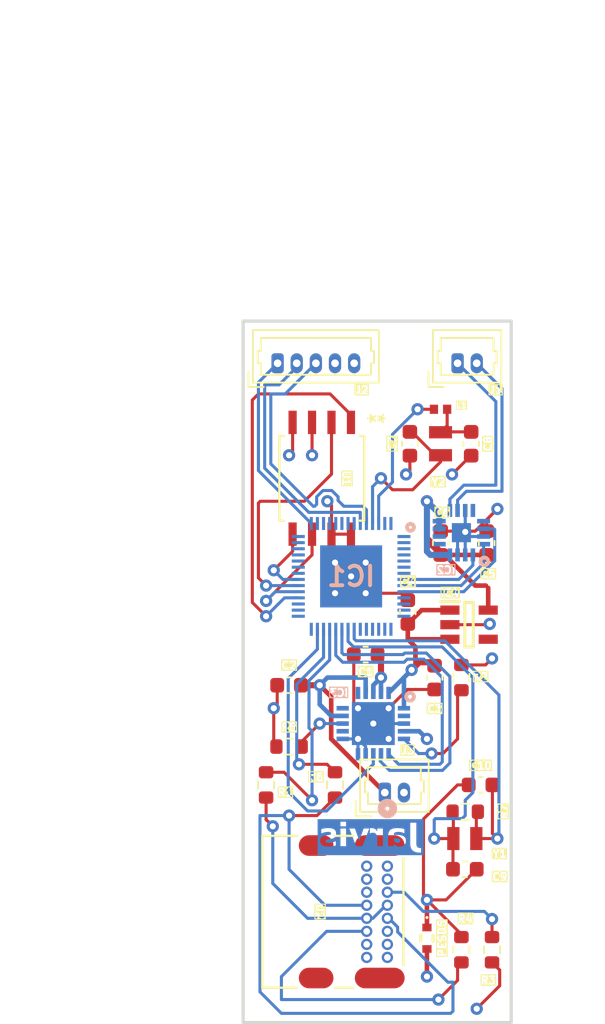
<source format=kicad_pcb>
(kicad_pcb (version 20240108) (generator "pcbnew") (generator_version "8.0")
  (layers (0 "F.Cu" signal) (1 "In1.Cu" signal) (2 "In2.Cu" signal) (31 "B.Cu" signal) (34 "B.Paste" user) (35 "F.Paste" user) (36 "B.SilkS" user "B.Silkscreen") (37 "F.SilkS" user "F.Silkscreen") (38 "B.Mask" user) (39 "F.Mask" user) (44 "Edge.Cuts" user))
  (net 0 "")
  (net 36 "Net-(IC2-OUTP)")
  (net 37 "Net-(IC2-OUTN)")
  (net 46 "GND")
  (net 47 "VBUS")
  (net 48 "/VBAT_1")
  (net 49 "/SYS")
  (net 50 "/PROG1")
  (net 51 "/THERM")
  (net 52 "+3.3V")
  (net 54 "Net-(IC1-GPIO19)")
  (net 55 "Net-(IC1-GPIO20)")
  (net 56 "Net-(U2-CC1)")
  (net 57 "/USB_DN")
  (net 58 "/USB_DP")
  (net 62 "Net-(U2-CC2)")
  (net 63 "Net-(IC1-SPICLK)")
  (net 64 "Net-(IC1-SPID)")
  (net 65 "Net-(IC1-SPIQ)")
  (net 67 "Net-(IC1-GPIO17)")
  (net 69 "Net-(IC1-GPIO18)")
  (net 70 "Net-(IC1-GPIO4)")
  (net 71 "Net-(IC1-GPIO3)")
  (net 72 "Net-(IC1-GPIO5)")
  (net 73 "Net-(IC1-GPIO21)")
  (net 74 "Net-(IC1-GPIO38)")
  (net 75 "Net-(IC1-GPIO46)")
  (net 76 "Net-(IC1-GPIO45)")
  (net 77 "Net-(IC1-XTAL_N)")
  (net 78 "Net-(C8-Pad2)")
  (net 79 "Net-(IC1-XTAL_32K_N)")
  (net 80 "Net-(IC1-XTAL_32K_P)")
  (net 81 "Net-(IC1-XTAL_P)")
  (footprint "Resistor_SMD:R_0603_1608Metric" (layer "F.Cu") (at 138.25 140.75 -90)
    (property "Reference" "R4")
    (property "Value" "5.1k")
  )
  (footprint "jarvis:PESD5V0X1UAB115" (layer "F.Cu") (at 136 140 -90)
    (property "Reference" "PESD5")
    (property "Value" "PESD5V0X1UAB,115" (hide yes))
  )
  (footprint "jarvis:MLG1005SR24JT000" (layer "F.Cu") (at 136.8875 105.5)
    (property "Reference" "L1")
    (property "Value" "24nh")
  )
  (footprint "Resistor_SMD:R_0603_1608Metric" (layer "F.Cu") (at 127 127.5 180)
    (property "Reference" "R1")
    (property "Value" "2k")
  )
  (footprint "jarvis:TLV70033DDCT" (layer "F.Cu") (at 138.75 119.55)
    (property "Reference" "IC4")
    (property "Value" "TLV70033DDCT" (hide yes))
  )
  (footprint "Resistor_SMD:R_0603_1608Metric" (layer "F.Cu") (at 125.5 130 90)
    (property "Reference" "R5")
    (property "Value" "22")
  )
  (footprint "Capacitor_SMD:C_0603_1608Metric" (layer "F.Cu") (at 132 121.5 180)
    (property "Reference" "C1")
    (property "Value" "1uf")
  )
  (footprint "Resistor_SMD:R_0603_1608Metric" (layer "F.Cu") (at 130 130 90)
    (property "Reference" "R6")
    (property "Value" "22")
  )
  (footprint "Connector_Molex:Molex_PicoBlade_53047-0510_1x05_P1.25mm_Vertical" (layer "F.Cu") (at 126.25 102.5)
    (property "Reference" "J2")
    (property "Value" "Mic Conn_01x05")
  )
  (footprint "Resistor_SMD:R_0603_1608Metric" (layer "F.Cu") (at 140.25 140.75 -90)
    (property "Reference" "R3")
    (property "Value" "5.1k")
  )
  (footprint "Capacitor_SMD:C_0603_1608Metric" (layer "F.Cu") (at 134.75 118.725 -90)
    (property "Reference" "C4")
    (property "Value" "1uf")
  )
  (footprint "Capacitor_SMD:C_0603_1608Metric" (layer "F.Cu") (at 136.5 123 90)
    (property "Reference" "C3")
    (property "Value" "4.7uf")
  )
  (footprint "Capacitor_SMD:C_0603_1608Metric" (layer "F.Cu") (at 138.8875 107.75 90)
    (property "Reference" "C8")
    (property "Value" "12pf")
  )
  (footprint "Capacitor_SMD:C_0603_1608Metric" (layer "F.Cu") (at 134.8875 107.75 -90)
    (property "Reference" "C7")
    (property "Value" "12pf")
  )
  (footprint "jarvis:XTAL_CM8V-T1A-32.768KHZ-7PF-20PPM-TA-QC" (layer "F.Cu") (at 138.475 133.5 180)
    (property "Reference" "Y1")
    (property "Value" "Crystal 32.768khz")
  )
  (footprint "Capacitor_SMD:C_0603_1608Metric" (layer "F.Cu") (at 138.475 135.5)
    (property "Reference" "C9")
    (property "Value" "12pf")
  )
  (footprint "Capacitor_SMD:C_0603_1608Metric" (layer "F.Cu") (at 139.5 130 180)
    (property "Reference" "C10")
    (property "Value" "12pf")
  )
  (footprint "jarvis:2137160001_MOL" (layer "F.Cu") (at 133.4182 135.300001 -90)
    (property "Reference" "U2")
    (property "Value" "2137160001")
  )
  (footprint "jarvis:W25Q64JVSSIQ" (layer "F.Cu") (at 129.135 110 -90)
    (property "Reference" "U1")
    (property "Value" "W25Q64JVSSIQ")
  )
  (footprint "Capacitor_SMD:C_0603_1608Metric" (layer "F.Cu") (at 139.9 114.225 -90)
    (property "Reference" "C5")
    (property "Value" "1uf")
  )
  (footprint "Connector_Molex:Molex_PicoBlade_53047-0210_1x02_P1.25mm_Vertical" (layer "F.Cu") (at 138 102.5)
    (property "Reference" "J1")
    (property "Value" "Conn_01x02 - Speaker")
  )
  (footprint "Resistor_SMD:R_0603_1608Metric" (layer "F.Cu") (at 138.25 123 -90)
    (property "Reference" "R2")
    (property "Value" "10k")
  )
  (footprint "Connector_Molex:Molex_PicoBlade_53047-0210_1x02_P1.25mm_Vertical" (layer "F.Cu") (at 133.25 130.5)
    (property "Reference" "J3")
    (property "Value" "Conn_01x02 - Battery")
  )
  (footprint "Capacitor_SMD:C_0603_1608Metric" (layer "F.Cu") (at 136.9 114.225 -90)
    (property "Reference" "C6")
    (property "Value" "10uf")
  )
  (footprint "jarvis:XTAL_CM8V-T1A-32.768KHZ-7PF-20PPM-TA-QC" (layer "F.Cu") (at 136.8875 107.75 90)
    (property "Reference" "Y2")
    (property "Value" "Crystal 40mhz")
  )
  (footprint "Resistor_SMD:R_0603_1608Metric" (layer "F.Cu") (at 138.5 131.75 180)
    (property "Reference" "R7")
    (property "Value" "5M")
  )
  (footprint "Capacitor_SMD:C_0603_1608Metric" (layer "F.Cu") (at 127 123.5 180)
    (property "Reference" "C2")
    (property "Value" "10uf")
  )
  (footprint "jarvis:MCP73871T-4CAI ML" (layer "B.Cu") (at 132.5 126 180)
    (property "Reference" "IC3")
    (property "Value" "MCP73871T-4CAI_ML" (hide yes))
  )
  (footprint "jarvis:LIB_MAX98357AETE+T" (layer "B.Cu") (at 138.25 113.55 90)
    (property "Reference" "IC2")
    (property "Value" "MAX98357AETE+T" (hide yes))
  )
  (footprint "jarvis:esp32-s3r16v" (layer "B.Cu") (at 131.05 116.4 180)
    (property "Reference" "IC1")
    (property "Value" "ESP32-S3R16V" (hide yes))
  )
  (gr_rect (start 124 99.75) (end 141.5 145.5) (stroke (width 0.2)) (fill none) (layer "Edge.Cuts"))
  (gr_text "Jarvis" (at 135.5 134.25 0) (layer "B.Cu" knockout) (effects (font (size 1.5 1.5) (thickness 0.3) (bold yes)) (justify left bottom mirror)))
  (segment (start 138 102.5) (end 140.5 105) (width 0.2) (layer "B.Cu") (net 36))
  (segment (start 140.5 110.45) (end 138.409314 110.45) (width 0.2) (layer "B.Cu") (net 36))
  (segment (start 137.5 111.359314) (end 137.5 112.1) (width 0.2) (layer "B.Cu") (net 36))
  (segment (start 138.409314 110.45) (end 137.5 111.359314) (width 0.2) (layer "B.Cu") (net 36))
  (segment (start 140.5 105) (end 140.5 110.45) (width 0.2) (layer "B.Cu") (net 36))
  (segment (start 138 112.1) (end 138 111.425) (width 0.2) (layer "B.Cu") (net 37))
  (segment (start 140.9 104.15) (end 139.25 102.5) (width 0.2) (layer "B.Cu") (net 37))
  (segment (start 138 111.425) (end 138.575 110.85) (width 0.2) (layer "B.Cu") (net 37))
  (segment (start 140.9 110.85) (end 140.9 104.15) (width 0.2) (layer "B.Cu") (net 37))
  (segment (start 138.575 110.85) (end 140.9 110.85) (width 0.2) (layer "B.Cu") (net 37))
  (segment (start 138.8625 108.525) (end 137.6375 109.75) (width 0.2) (layer "F.Cu") (net 46))
  (segment (start 138.8875 108.525) (end 138.8625 108.525) (width 0.2) (layer "F.Cu") (net 46))
  (segment (start 135.775 132.225) (end 138 130) (width 0.2) (layer "F.Cu") (net 46))
  (segment (start 140.25 141.575) (end 140.75 142.075) (width 0.2) (layer "F.Cu") (net 46))
  (segment (start 131.225 124.725) (end 131.5 125) (width 0.2) (layer "F.Cu") (net 46))
  (segment (start 134.3 117.5) (end 134.75 117.95) (width 0.2) (layer "F.Cu") (net 46))
  (segment (start 139.9 112.7) (end 140.6 112) (width 0.2) (layer "F.Cu") (net 46))
  (segment (start 134.725 123.775) (end 133.5 125) (width 0.2) (layer "F.Cu") (net 46))
  (segment (start 134.8875 108.525) (end 134.8875 109.5) (width 0.2) (layer "F.Cu") (net 46))
  (segment (start 138.25 139.925) (end 138.25 139.75) (width 0.2) (layer "F.Cu") (net 46))
  (segment (start 139.825 122.175) (end 140.25 121.75) (width 0.2) (layer "F.Cu") (net 46))
  (segment (start 136 139.3) (end 136 137.5) (width 0.3) (layer "F.Cu") (net 46))
  (segment (start 126.225 124.775) (end 126 125) (width 0.2) (layer "F.Cu") (net 46))
  (segment (start 136 137.5) (end 137.25 137.5) (width 0.2) (layer "F.Cu") (net 46))
  (segment (start 127.23 106.3551) (end 127.23 108.27) (width 0.2) (layer "F.Cu") (net 46))
  (segment (start 139.9 113.45) (end 139.9 112.7) (width 0.2) (layer "F.Cu") (net 46))
  (segment (start 140.1 119.5) (end 140.05 119.55) (width 0.2) (layer "F.Cu") (net 46))
  (segment (start 140.75 142.075) (end 140.75 143.1) (width 0.2) (layer "F.Cu") (net 46))
  (segment (start 137.25 137.5) (end 139.25 135.5) (width 0.2) (layer "F.Cu") (net 46))
  (segment (start 131.225 121.5) (end 131.225 124.725) (width 0.2) (layer "F.Cu") (net 46))
  (segment (start 126 127.35) (end 126 125) (width 0.2) (layer "F.Cu") (net 46))
  (segment (start 140.75 143.1) (end 139.25 144.6) (width 0.2) (layer "F.Cu") (net 46))
  (segment (start 138 130) (end 138.725 130) (width 0.2) (layer "F.Cu") (net 46))
  (segment (start 140.6 112) (end 139.15 113.45) (width 0.2) (layer "F.Cu") (net 46))
  (segment (start 136.5 123.775) (end 134.725 123.775) (width 0.2) (layer "F.Cu") (net 46))
  (segment (start 127.23 108.27) (end 127 108.5) (width 0.2) (layer "F.Cu") (net 46))
  (segment (start 138.25 122.175) (end 139.825 122.175) (width 0.2) (layer "F.Cu") (net 46))
  (segment (start 134.8875 109.5) (end 134.6375 109.75) (width 0.2) (layer "F.Cu") (net 46))
  (segment (start 138.25 139.75) (end 136 137.5) (width 0.2) (layer "F.Cu") (net 46))
  (segment (start 126.225 123.5) (end 126.225 124.775) (width 0.2) (layer "F.Cu") (net 46))
  (segment (start 139.15 113.45) (end 136.9 113.45) (width 0.2) (layer "F.Cu") (net 46))
  (segment (start 136 137.5) (end 135.775 137.275) (width 0.2) (layer "F.Cu") (net 46))
  (segment (start 140.05 119.55) (end 137.5 119.55) (width 0.2) (layer "F.Cu") (net 46))
  (segment (start 135.775 137.275) (end 135.775 132.225) (width 0.2) (layer "F.Cu") (net 46))
  (segment (start 136 137.675) (end 136 137.5) (width 0.2) (layer "F.Cu") (net 46))
  (segment (start 132 117.5) (end 134.3 117.5) (width 0.2) (layer "F.Cu") (net 46))
  (via (at 139.25 144.6) (size 0.8) (drill 0.4) (layers "F.Cu" "B.Cu") (net 46))
  (via (at 133.5 125) (size 0.8) (drill 0.4) (layers "F.Cu" "B.Cu") (net 46))
  (via (at 133.5 127) (size 0.8) (drill 0.4) (layers "F.Cu" "B.Cu") (net 46))
  (via (at 130 117.5) (size 0.8) (drill 0.4) (layers "F.Cu" "B.Cu") (net 46))
  (via (at 132.5 126) (size 0.8) (drill 0.4) (layers "F.Cu" "B.Cu") (net 46))
  (via (at 132 117.5) (size 0.8) (drill 0.4) (layers "F.Cu" "B.Cu") (net 46))
  (via (at 131.05 116.4) (size 0.8) (drill 0.4) (layers "F.Cu" "B.Cu") (net 46))
  (via (at 136 137.5) (size 0.8) (drill 0.4) (layers "F.Cu" "B.Cu") (net 46))
  (via (at 140.1 119.5) (size 0.8) (drill 0.4) (layers "F.Cu" "B.Cu") (net 46))
  (via (at 138.5 113.5) (size 0.8) (drill 0.4) (layers "F.Cu" "B.Cu") (net 46))
  (via (at 140.25 121.75) (size 0.8) (drill 0.4) (layers "F.Cu" "B.Cu") (net 46))
  (via (at 131.5 127) (size 0.8) (drill 0.4) (layers "F.Cu" "B.Cu") (net 46))
  (via (at 134.6375 109.75) (size 0.8) (drill 0.4) (layers "F.Cu" "B.Cu") (net 46))
  (via (at 137.6375 109.75) (size 0.8) (drill 0.4) (layers "F.Cu" "B.Cu") (net 46))
  (via (at 132 115.5) (size 0.8) (drill 0.4) (layers "F.Cu" "B.Cu") (net 46))
  (via (at 127 108.5) (size 0.8) (drill 0.4) (layers "F.Cu" "B.Cu") (net 46))
  (via (at 130 115.5) (size 0.8) (drill 0.4) (layers "F.Cu" "B.Cu") (net 46))
  (via (at 126 125) (size 0.8) (drill 0.4) (layers "F.Cu" "B.Cu") (net 46))
  (via (at 131.5 125) (size 0.8) (drill 0.4) (layers "F.Cu" "B.Cu") (net 46))
  (via (at 140.6 112) (size 0.8) (drill 0.4) (layers "F.Cu" "B.Cu") (net 46))
  (segment (start 138.5 113.8) (end 138.25 113.55) (width 0.2) (layer "B.Cu") (net 46))
  (segment (start 132 128) (end 132 127.5) (width 0.2) (layer "B.Cu") (net 46))
  (segment (start 138 113.3) (end 138.25 113.55) (width 0.2) (layer "B.Cu") (net 46))
  (segment (start 132 127.5) (end 131.5 127) (width 0.2) (layer "B.Cu") (net 46))
  (segment (start 138 113.8) (end 138.25 113.55) (width 0.2) (layer "B.Cu") (net 46))
  (segment (start 134.5 126) (end 132.5 126) (width 0.2) (layer "B.Cu") (net 46))
  (segment (start 138.5 112.1) (end 138.5 113.5) (width 0.2) (layer "B.Cu") (net 46))
  (segment (start 138.5 115) (end 138.5 113.8) (width 0.2) (layer "B.Cu") (net 46))
  (segment (start 139.7 113.8) (end 138.5 113.8) (width 0.2) (layer "B.Cu") (net 46))
  (segment (start 131.5 128) (end 131.5 127) (width 0.2) (layer "B.Cu") (net 46))
  (segment (start 130.5 127) (end 131.5 127) (width 0.2) (layer "B.Cu") (net 46))
  (segment (start 138.7 113.3) (end 138.5 113.5) (width 0.2) (layer "B.Cu") (net 46))
  (segment (start 138 115) (end 138 113.8) (width 0.2) (layer "B.Cu") (net 46))
  (segment (start 136 142.5) (end 136 140.7) (width 0.3) (layer "F.Cu") (net 47))
  (segment (start 133 121.775) (end 133 123) (width 0.4) (layer "F.Cu") (net 47))
  (via (at 133 123) (size 0.8) (drill 0.4) (layers "F.Cu" "B.Cu") (net 47))
  (via (at 136 142.5) (size 0.8) (drill 0.4) (layers "F.Cu" "B.Cu") (net 47))
  (via (at 136 127) (size 0.8) (drill 0.4) (layers "F.Cu" "B.Cu") (net 47))
  (segment (start 135.5 126.5) (end 136 127) (width 0.3) (layer "B.Cu") (net 47))
  (segment (start 134.5 126.5) (end 135.5 126.5) (width 0.3) (layer "B.Cu") (net 47))
  (segment (start 132.5 124) (end 132.5 123.5) (width 0.3) (layer "B.Cu") (net 47))
  (segment (start 133 124) (end 133 123) (width 0.3) (layer "B.Cu") (net 47))
  (segment (start 132.5 123.5) (end 133 123) (width 0.3) (layer "B.Cu") (net 47))
  (segment (start 129.75 127) (end 133.25 130.5) (width 0.3) (layer "F.Cu") (net 48))
  (segment (start 129 123.5) (end 129.75 124.25) (width 0.3) (layer "F.Cu") (net 48))
  (segment (start 129.75 124.25) (end 129.75 127) (width 0.3) (layer "F.Cu") (net 48))
  (segment (start 129 123.5) (end 127.775 123.5) (width 0.4) (layer "F.Cu") (net 48))
  (via (at 129 123.5) (size 0.8) (drill 0.4) (layers "F.Cu" "B.Cu") (net 48))
  (segment (start 129.98995 125.5) (end 129.75 125.5) (width 0.3) (layer "B.Cu") (net 48))
  (segment (start 130.5 125.5) (end 129.98995 125.5) (width 0.3) (layer "B.Cu") (net 48))
  (segment (start 132 124) (end 132 123) (width 0.3) (layer "B.Cu") (net 48))
  (segment (start 129.75 125.5) (end 129 124.75) (width 0.3) (layer "B.Cu") (net 48))
  (segment (start 129 124.75) (end 129 123.5) (width 0.3) (layer "B.Cu") (net 48))
  (segment (start 132 123) (end 129.5 123) (width 0.3) (layer "B.Cu") (net 48))
  (segment (start 129.5 123) (end 129 123.5) (width 0.3) (layer "B.Cu") (net 48))
  (segment (start 135.5 122) (end 136.225 122) (width 0.4) (layer "F.Cu") (net 49))
  (segment (start 135.25 121) (end 134.75 120.5) (width 0.3) (layer "F.Cu") (net 49))
  (segment (start 134.75 120.5) (end 134.75 119.5) (width 0.3) (layer "F.Cu") (net 49))
  (segment (start 124.6 118.1) (end 125.5 119) (width 0.2) (layer "F.Cu") (net 49))
  (segment (start 137.5 118.6) (end 135.65 118.6) (width 0.3) (layer "F.Cu") (net 49))
  (segment (start 135 122.5) (end 135.25 122.25) (width 0.3) (layer "F.Cu") (net 49))
  (segment (start 135 122.5) (end 135.5 122) (width 0.4) (layer "F.Cu") (net 49))
  (segment (start 135.65 118.6) (end 134.75 119.5) (width 0.3) (layer "F.Cu") (net 49))
  (segment (start 135.25 122.25) (end 135.25 121) (width 0.3) (layer "F.Cu") (net 49))
  (segment (start 131.04 105.8598) (end 129.6802 104.5) (width 0.2) (layer "F.Cu") (net 49))
  (segment (start 124.6 104.9) (end 124.6 118.1) (width 0.2) (layer "F.Cu") (net 49))
  (segment (start 125 104.5) (end 124.6 104.9) (width 0.2) (layer "F.Cu") (net 49))
  (segment (start 131.04 106.3551) (end 131.04 105.8598) (width 0.2) (layer "F.Cu") (net 49))
  (segment (start 134.75 120.5) (end 137.5 120.5) (width 0.3) (layer "F.Cu") (net 49))
  (segment (start 129.6802 104.5) (end 125 104.5) (width 0.2) (layer "F.Cu") (net 49))
  (via (at 125.5 119) (size 0.8) (drill 0.4) (layers "F.Cu" "B.Cu") (net 49))
  (via (at 135 122.5) (size 0.8) (drill 0.4) (layers "F.Cu" "B.Cu") (net 49))
  (segment (start 126.7 117.8) (end 125.5 119) (width 0.2) (layer "B.Cu") (net 49))
  (segment (start 134.5 123) (end 134.5 125) (width 0.3) (layer "B.Cu") (net 49))
  (segment (start 135 122.5) (end 134.5 123) (width 0.3) (layer "B.Cu") (net 49))
  (segment (start 127.6 117.8) (end 126.7 117.8) (width 0.2) (layer "B.Cu") (net 49))
  (segment (start 133.5 124) (end 135 122.5) (width 0.3) (layer "B.Cu") (net 49))
  (segment (start 127.825 127.175) (end 127.825 127.5) (width 0.2) (layer "F.Cu") (net 50))
  (segment (start 129 126) (end 127.825 127.175) (width 0.2) (layer "F.Cu") (net 50))
  (via (at 129 126) (size 0.8) (drill 0.4) (layers "F.Cu" "B.Cu") (net 50))
  (segment (start 130.5 126) (end 129 126) (width 0.2) (layer "B.Cu") (net 50))
  (segment (start 136.3 127.95394) (end 137.04606 127.95394) (width 0.2) (layer "F.Cu") (net 51))
  (segment (start 138 127) (end 138 124.01005) (width 0.2) (layer "F.Cu") (net 51))
  (segment (start 138.18505 123.825) (end 138.25 123.825) (width 0.2) (layer "F.Cu") (net 51))
  (segment (start 138 124.01005) (end 138.18505 123.825) (width 0.2) (layer "F.Cu") (net 51))
  (segment (start 137.04606 127.95394) (end 138 127) (width 0.2) (layer "F.Cu") (net 51))
  (via (at 136.3 127.95394) (size 0.8) (drill 0.4) (layers "F.Cu" "B.Cu") (net 51))
  (segment (start 135.45394 127.95394) (end 134.5 127) (width 0.2) (layer "B.Cu") (net 51))
  (segment (start 136.3 127.95394) (end 135.45394 127.95394) (width 0.2) (layer "B.Cu") (net 51))
  (segment (start 136 113.844408) (end 137.155592 115) (width 0.3) (layer "F.Cu") (net 52))
  (segment (start 128.5 106.3551) (end 128.5 108.5) (width 0.2) (layer "F.Cu") (net 52))
  (segment (start 131.04 113.6449) (end 129.77 113.6449) (width 0.2) (layer "F.Cu") (net 52))
  (segment (start 140 118.6) (end 140 117.15) (width 0.3) (layer "F.Cu") (net 52))
  (segment (start 136 114.1) (end 136.9 115) (width 0.3) (layer "F.Cu") (net 52))
  (segment (start 137.155592 115) (end 139.9 115) (width 0.3) (layer "F.Cu") (net 52))
  (segment (start 129.77 113.6449) (end 129.77 111.77) (width 0.2) (layer "F.Cu") (net 52))
  (segment (start 136 113.844408) (end 139.155592 117) (width 0.3) (layer "F.Cu") (net 52))
  (segment (start 139.155592 117) (end 139.85 117) (width 0.3) (layer "F.Cu") (net 52))
  (segment (start 129.77 111.77) (end 129.5 111.5) (width 0.2) (layer "F.Cu") (net 52))
  (segment (start 136 111.5) (end 136 114.1) (width 0.3) (layer "F.Cu") (net 52))
  (segment (start 136 111.5) (end 136 113.844408) (width 0.3) (layer "F.Cu") (net 52))
  (via (at 128.5 108.5) (size 0.8) (drill 0.4) (layers "F.Cu" "B.Cu") (net 52))
  (via (at 129.5 111.5) (size 0.8) (drill 0.4) (layers "F.Cu" "B.Cu") (net 52))
  (via (at 136 111.5) (size 0.8) (drill 0.4) (layers "F.Cu" "B.Cu") (net 52))
  (segment (start 136.8 112.8) (end 136.8 112.3) (width 0.4) (layer "B.Cu") (net 52))
  (segment (start 137.5 115.275) (end 137.5 115) (width 0.3) (layer "B.Cu") (net 52))
  (segment (start 136.8 112.3) (end 136 111.5) (width 0.4) (layer "B.Cu") (net 52))
  (segment (start 136.225 115) (end 136 114.775) (width 0.4) (layer "B.Cu") (net 52))
  (segment (start 136 114.775) (end 136 111.5) (width 0.4) (layer "B.Cu") (net 52))
  (segment (start 136.8 113.3) (end 136.8 112.8) (width 0.4) (layer "B.Cu") (net 52))
  (segment (start 137.5 115) (end 136.225 115) (width 0.4) (layer "B.Cu") (net 52))
  (segment (start 126.675 129.175) (end 125.5 129.175) (width 0.2) (layer "F.Cu") (net 54))
  (segment (start 128.5 131) (end 126.675 129.175) (width 0.2) (layer "F.Cu") (net 54))
  (via (at 128.5 131) (size 0.8) (drill 0.4) (layers "F.Cu" "B.Cu") (net 54))
  (segment (start 128.5 126.48995) (end 128.3 126.28995) (width 0.2) (layer "B.Cu") (net 54))
  (segment (start 128.3 123.2) (end 129.65 121.85) (width 0.2) (layer "B.Cu") (net 54))
  (segment (start 129.65 121.85) (end 129.65 119.85) (width 0.2) (layer "B.Cu") (net 54))
  (segment (start 128.5 131) (end 128.5 126.48995) (width 0.2) (layer "B.Cu") (net 54))
  (segment (start 128.3 126.28995) (end 128.3 123.2) (width 0.2) (layer "B.Cu") (net 54))
  (segment (start 127.644975 128.655025) (end 129.480025 128.655025) (width 0.2) (layer "F.Cu") (net 55))
  (segment (start 129.480025 128.655025) (end 130 129.175) (width 0.2) (layer "F.Cu") (net 55))
  (via (at 127.644975 128.655025) (size 0.8) (drill 0.4) (layers "F.Cu" "B.Cu") (net 55))
  (segment (start 129.25 121.684314) (end 129.25 119.85) (width 0.2) (layer "B.Cu") (net 55))
  (segment (start 127.5 123.434314) (end 129.25 121.684314) (width 0.2) (layer "B.Cu") (net 55))
  (segment (start 127.5 128.51005) (end 127.5 123.434314) (width 0.2) (layer "B.Cu") (net 55))
  (segment (start 127.644975 128.655025) (end 127.5 128.51005) (width 0.2) (layer "B.Cu") (net 55))
  (segment (start 140.25 138.75) (end 140.25 139.925) (width 0.2) (layer "F.Cu") (net 56))
  (via (at 140.25 138.75) (size 0.8) (drill 0.4) (layers "F.Cu" "B.Cu") (net 56))
  (segment (start 140.25 138.75) (end 139.75 138.25) (width 0.2) (layer "B.Cu") (net 56))
  (segment (start 135.76005 138.25) (end 134.51005 137) (width 0.2) (layer "B.Cu") (net 56))
  (segment (start 139.75 138.25) (end 135.76005 138.25) (width 0.2) (layer "B.Cu") (net 56))
  (segment (start 134.51005 137) (end 133.4182 137) (width 0.2) (layer "B.Cu") (net 56))
  (segment (start 130 130.825) (end 128.825 132) (width 0.2) (layer "F.Cu") (net 57))
  (segment (start 128.825 132) (end 127 132) (width 0.2) (layer "F.Cu") (net 57))
  (via (at 127 132) (size 0.8) (drill 0.4) (layers "F.Cu" "B.Cu") (net 57))
  (segment (start 129.339951 137.850001) (end 132.0682 137.850001) (width 0.2) (layer "B.Cu") (net 57))
  (segment (start 137.7 144.75) (end 137.7 142.865686) (width 0.2) (layer "B.Cu") (net 57))
  (segment (start 125.1 132) (end 125.1 143.5) (width 0.2) (layer "B.Cu") (net 57))
  (segment (start 137.55 144.9) (end 137.7 144.75) (width 0.2) (layer "B.Cu") (net 57))
  (segment (start 137.7 142.865686) (end 137.365686 142.865686) (width 0.2) (layer "B.Cu") (net 57))
  (segment (start 137.365686 142.865686) (end 134.0865 139.5865) (width 0.2) (layer "B.Cu") (net 57))
  (segment (start 127 132) (end 127 135.51005) (width 0.2) (layer "B.Cu") (net 57))
  (segment (start 133.513318 138.700002) (end 133.4182 138.700002) (width 0.2) (layer "B.Cu") (net 57))
  (segment (start 126.5 144.9) (end 137.55 144.9) (width 0.2) (layer "B.Cu") (net 57))
  (segment (start 127 135.51005) (end 129.339951 137.850001) (width 0.2) (layer "B.Cu") (net 57))
  (segment (start 127 132) (end 125.1 132) (width 0.2) (layer "B.Cu") (net 57))
  (segment (start 125.1 143.5) (end 126.5 144.9) (width 0.2) (layer "B.Cu") (net 57))
  (segment (start 134.0865 139.273184) (end 133.513318 138.700002) (width 0.2) (layer "B.Cu") (net 57))
  (segment (start 134.0865 139.5865) (end 134.0865 139.273184) (width 0.2) (layer "B.Cu") (net 57))
  (segment (start 125.5 130.825) (end 125.5 132.264138) (width 0.2) (layer "F.Cu") (net 58))
  (segment (start 125.5 132.264138) (end 125.935862 132.7) (width 0.2) (layer "F.Cu") (net 58))
  (via (at 125.935862 132.7) (size 0.8) (drill 0.4) (layers "F.Cu" "B.Cu") (net 58))
  (segment (start 133.323082 137.850001) (end 132.473081 138.700002) (width 0.2) (layer "B.Cu") (net 58))
  (segment (start 128.210052 138.700002) (end 132.0682 138.700002) (width 0.2) (layer "B.Cu") (net 58))
  (segment (start 125.935862 132.7) (end 125.935862 136.425812) (width 0.2) (layer "B.Cu") (net 58))
  (segment (start 133.4182 137.850001) (end 133.323082 137.850001) (width 0.2) (layer "B.Cu") (net 58))
  (segment (start 132.473081 138.700002) (end 132.0682 138.700002) (width 0.2) (layer "B.Cu") (net 58))
  (segment (start 125.935862 136.425812) (end 128.210052 138.700002) (width 0.2) (layer "B.Cu") (net 58))
  (segment (start 138 141.825) (end 138.25 141.575) (width 0.2) (layer "F.Cu") (net 62))
  (segment (start 138 142.75) (end 138 141.825) (width 0.2) (layer "F.Cu") (net 62))
  (segment (start 136.75 144) (end 138 142.75) (width 0.2) (layer "F.Cu") (net 62))
  (via (at 136.75 144) (size 0.8) (drill 0.4) (layers "F.Cu" "B.Cu") (net 62))
  (segment (start 126.5 144) (end 126.5 142.5) (width 0.2) (layer "B.Cu") (net 62))
  (segment (start 126.5 142.5) (end 129.449997 139.550003) (width 0.2) (layer "B.Cu") (net 62))
  (segment (start 129.449997 139.550003) (end 132.0682 139.550003) (width 0.2) (layer "B.Cu") (net 62))
  (segment (start 136.75 144) (end 126.5 144) (width 0.2) (layer "B.Cu") (net 62))
  (segment (start 128.5 115) (end 125.5 118) (width 0.2) (layer "F.Cu") (net 63))
  (segment (start 128.5 113.6449) (end 128.5 115) (width 0.2) (layer "F.Cu") (net 63))
  (via (at 125.5 118) (size 0.8) (drill 0.4) (layers "F.Cu" "B.Cu") (net 63))
  (segment (start 126.1 117.4) (end 125.5 118) (width 0.2) (layer "B.Cu") (net 63))
  (segment (start 127.6 117.4) (end 126.1 117.4) (width 0.2) (layer "B.Cu") (net 63))
  (segment (start 127.23 113.6449) (end 127.23 114.77) (width 0.2) (layer "F.Cu") (net 64))
  (segment (start 127.23 114.77) (end 126 116) (width 0.2) (layer "F.Cu") (net 64))
  (via (at 126 116) (size 0.8) (drill 0.4) (layers "F.Cu" "B.Cu") (net 64))
  (segment (start 127.6 116.6) (end 126.6 116.6) (width 0.2) (layer "B.Cu") (net 64))
  (segment (start 126.6 116.6) (end 126 116) (width 0.2) (layer "B.Cu") (net 64))
  (segment (start 129.77 106.3551) (end 129.77 109.73) (width 0.2) (layer "F.Cu") (net 65))
  (segment (start 129.77 109.73) (end 128 111.5) (width 0.2) (layer "F.Cu") (net 65))
  (segment (start 128 111.5) (end 125.1204 111.5) (width 0.2) (layer "F.Cu") (net 65))
  (segment (start 125.1204 111.5) (end 125 111.6204) (width 0.2) (layer "F.Cu") (net 65))
  (segment (start 125 116.5) (end 125.5 117) (width 0.2) (layer "F.Cu") (net 65))
  (segment (start 125 111.6204) (end 125 116.5) (width 0.2) (layer "F.Cu") (net 65))
  (via (at 125.5 117) (size 0.8) (drill 0.4) (layers "F.Cu" "B.Cu") (net 65))
  (segment (start 127.6 117) (end 125.5 117) (width 0.2) (layer "B.Cu") (net 65))
  (segment (start 134.444365 121.5) (end 130.565686 121.5) (width 0.2) (layer "B.Cu") (net 67))
  (segment (start 132.95 128.05) (end 132.95 128.45) (width 0.2) (layer "B.Cu") (net 67))
  (segment (start 133 128) (end 132.95 128.05) (width 0.2) (layer "B.Cu") (net 67))
  (segment (start 132.95 128.45) (end 133.55394 129.05394) (width 0.2) (layer "B.Cu") (net 67))
  (segment (start 133.55394 129.05394) (end 137.011746 129.05394) (width 0.2) (layer "B.Cu") (net 67))
  (segment (start 134.544365 121.4) (end 134.444365 121.5) (width 0.2) (layer "B.Cu") (net 67))
  (segment (start 135.965686 121.4) (end 134.544365 121.4) (width 0.2) (layer "B.Cu") (net 67))
  (segment (start 137.5 122.934314) (end 135.965686 121.4) (width 0.2) (layer "B.Cu") (net 67))
  (segment (start 130.45 121.384314) (end 130.45 119.85) (width 0.2) (layer "B.Cu") (net 67))
  (segment (start 137.011746 129.05394) (end 137.5 128.565686) (width 0.2) (layer "B.Cu") (net 67))
  (segment (start 130.565686 121.5) (end 130.45 121.384314) (width 0.2) (layer "B.Cu") (net 67))
  (segment (start 137.5 128.565686) (end 137.5 122.934314) (width 0.2) (layer "B.Cu") (net 67))
  (segment (start 130.5 122) (end 130.05 121.55) (width 0.2) (layer "B.Cu") (net 69))
  (segment (start 136.84606 128.65394) (end 137 128.5) (width 0.2) (layer "B.Cu") (net 69))
  (segment (start 137 123) (end 135.8 121.8) (width 0.2) (layer "B.Cu") (net 69))
  (segment (start 135.8 121.8) (end 134.71005 121.8) (width 0.2) (layer "B.Cu") (net 69))
  (segment (start 134.71005 121.8) (end 134.51005 122) (width 0.2) (layer "B.Cu") (net 69))
  (segment (start 133.5 128) (end 134.15394 128.65394) (width 0.2) (layer "B.Cu") (net 69))
  (segment (start 134.51005 122) (end 130.5 122) (width 0.2) (layer "B.Cu") (net 69))
  (segment (start 130.05 121.55) (end 130.05 119.85) (width 0.2) (layer "B.Cu") (net 69))
  (segment (start 137 128.5) (end 137 123) (width 0.2) (layer "B.Cu") (net 69))
  (segment (start 134.15394 128.65394) (end 136.84606 128.65394) (width 0.2) (layer "B.Cu") (net 69))
  (segment (start 139.7 115.540686) (end 138.240686 117) (width 0.2) (layer "B.Cu") (net 70))
  (segment (start 138.240686 117) (end 134.5 117) (width 0.2) (layer "B.Cu") (net 70))
  (segment (start 139.7 114.3) (end 139.7 115.540686) (width 0.2) (layer "B.Cu") (net 70))
  (segment (start 139 115) (end 139 115.675) (width 0.2) (layer "B.Cu") (net 71))
  (segment (start 139 115) (end 138.95 115.05) (width 0.2) (layer "B.Cu") (net 71))
  (segment (start 139 115.675) (end 138.075 116.6) (width 0.2) (layer "B.Cu") (net 71))
  (segment (start 138.075 116.6) (end 134.5 116.6) (width 0.2) (layer "B.Cu") (net 71))
  (segment (start 140.425 115.381372) (end 138.406372 117.4) (width 0.2) (layer "B.Cu") (net 72))
  (segment (start 140.375 113.3) (end 140.425 113.35) (width 0.2) (layer "B.Cu") (net 72))
  (segment (start 140.425 113.35) (end 140.425 115.381372) (width 0.2) (layer "B.Cu") (net 72))
  (segment (start 139.7 113.3) (end 140.375 113.3) (width 0.2) (layer "B.Cu") (net 72))
  (segment (start 138.406372 117.4) (end 134.5 117.4) (width 0.2) (layer "B.Cu") (net 72))
  (segment (start 132.5 128.65) (end 129.45 131.7) (width 0.2) (layer "B.Cu") (net 73))
  (segment (start 126.944975 123.055025) (end 128.85 121.15) (width 0.2) (layer "B.Cu") (net 73))
  (segment (start 129.45 131.7) (end 128.21005 131.7) (width 0.2) (layer "B.Cu") (net 73))
  (segment (start 132.5 128) (end 132.5 128.65) (width 0.2) (layer "B.Cu") (net 73))
  (segment (start 128.21005 131.7) (end 126.944975 130.434925) (width 0.2) (layer "B.Cu") (net 73))
  (segment (start 126.944975 130.434925) (end 126.944975 123.055025) (width 0.2) (layer "B.Cu") (net 73))
  (segment (start 128.85 121.15) (end 128.85 119.85) (width 0.2) (layer "B.Cu") (net 73))
  (segment (start 125 103.75) (end 125 109.5) (width 0.2) (layer "B.Cu") (net 74))
  (segment (start 125 109.5) (end 128.45 112.95) (width 0.2) (layer "B.Cu") (net 74))
  (segment (start 126.25 102.5) (end 125 103.75) (width 0.2) (layer "B.Cu") (net 74))
  (segment (start 125.807843 109.057843) (end 125.807843 104.5) (width 0.2) (layer "B.Cu") (net 75))
  (segment (start 130.575 111.825) (end 130.2 111.45) (width 0.2) (layer "B.Cu") (net 75))
  (segment (start 126.75 104.5) (end 128.75 102.5) (width 0.2) (layer "B.Cu") (net 75))
  (segment (start 128.8 111.7) (end 128.675 111.825) (width 0.2) (layer "B.Cu") (net 75))
  (segment (start 130.2 111.21005) (end 129.78995 110.8) (width 0.2) (layer "B.Cu") (net 75))
  (segment (start 129.21005 110.8) (end 128.8 111.21005) (width 0.2) (layer "B.Cu") (net 75))
  (segment (start 132.05 112.95) (end 132.05 112.059315) (width 0.2) (layer "B.Cu") (net 75))
  (segment (start 128.8 111.21005) (end 128.8 111.7) (width 0.2) (layer "B.Cu") (net 75))
  (segment (start 128.575 111.825) (end 125.807843 109.057843) (width 0.2) (layer "B.Cu") (net 75))
  (segment (start 129.78995 110.8) (end 129.21005 110.8) (width 0.2) (layer "B.Cu") (net 75))
  (segment (start 132.05 112.059315) (end 131.815685 111.825) (width 0.2) (layer "B.Cu") (net 75))
  (segment (start 128.675 111.825) (end 128.575 111.825) (width 0.2) (layer "B.Cu") (net 75))
  (segment (start 125.807843 104.5) (end 126.75 104.5) (width 0.2) (layer "B.Cu") (net 75))
  (segment (start 130.2 111.45) (end 130.2 111.21005) (width 0.2) (layer "B.Cu") (net 75))
  (segment (start 131.815685 111.825) (end 130.575 111.825) (width 0.2) (layer "B.Cu") (net 75))
  (segment (start 125.407843 109.342157) (end 128.290686 112.225) (width 0.2) (layer "B.Cu") (net 76))
  (segment (start 131.65 112.225) (end 131.65 112.95) (width 0.2) (layer "B.Cu") (net 76))
  (segment (start 127.5 102.5) (end 127.5 102.75) (width 0.2) (layer "B.Cu") (net 76))
  (segment (start 125.407843 103.907843) (end 125.407843 109.342157) (width 0.2) (layer "B.Cu") (net 76))
  (segment (start 127.5 102.75) (end 126.342157 103.907843) (width 0.2) (layer "B.Cu") (net 76))
  (segment (start 126.342157 103.907843) (end 125.407843 103.907843) (width 0.2) (layer "B.Cu") (net 76))
  (segment (start 128.290686 112.225) (end 131.65 112.225) (width 0.2) (layer "B.Cu") (net 76))
  (segment (start 134.8875 106.975) (end 135.0125 106.975) (width 0.2) (layer "F.Cu") (net 77))
  (segment (start 136.5375 108.5) (end 136.8875 108.5) (width 0.2) (layer "F.Cu") (net 77))
  (segment (start 133.75 110.75) (end 135.06875 110.75) (width 0.2) (layer "F.Cu") (net 77))
  (segment (start 135.06875 110.75) (end 136.8875 108.93125) (width 0.2) (layer "F.Cu") (net 77))
  (segment (start 136.8875 108.93125) (end 136.8875 108.5) (width 0.2) (layer "F.Cu") (net 77))
  (segment (start 135.0125 106.975) (end 136.5375 108.5) (width 0.2) (layer "F.Cu") (net 77))
  (segment (start 133 110) (end 133.75 110.75) (width 0.2) (layer "F.Cu") (net 77))
  (via (at 133 110) (size 0.8) (drill 0.4) (layers "F.Cu" "B.Cu") (net 77))
  (segment (start 133 110) (end 132.45 110.55) (width 0.2) (layer "B.Cu") (net 77))
  (segment (start 132.45 110.55) (end 132.45 112.95) (width 0.2) (layer "B.Cu") (net 77))
  (segment (start 136.9125 106.975) (end 136.8875 107) (width 0.2) (layer "F.Cu") (net 78))
  (segment (start 137.3195 105.5) (end 137.3195 106.568) (width 0.2) (layer "F.Cu") (net 78))
  (segment (start 137.3195 106.568) (end 136.8875 107) (width 0.2) (layer "F.Cu") (net 78))
  (segment (start 138.8875 106.975) (end 136.9125 106.975) (width 0.2) (layer "F.Cu") (net 78))
  (segment (start 137.725 133.975) (end 137.7 134) (width 0.2) (layer "F.Cu") (net 79))
  (segment (start 137.725 133.5) (end 137.725 133.975) (width 0.2) (layer "F.Cu") (net 79))
  (segment (start 137.725 135.475) (end 137.7 135.5) (width 0.2) (layer "F.Cu") (net 79))
  (segment (start 137.725 133.5) (end 137.725 131.8) (width 0.2) (layer "F.Cu") (net 79))
  (segment (start 137.725 131.8) (end 137.675 131.75) (width 0.2) (layer "F.Cu") (net 79))
  (segment (start 137.7 134) (end 137.7 135.5) (width 0.2) (layer "F.Cu") (net 79))
  (segment (start 137.725 133.5) (end 136.475 133.5) (width 0.2) (layer "F.Cu") (net 79))
  (via (at 136.475 133.5) (size 0.8) (drill 0.4) (layers "F.Cu" "B.Cu") (net 79))
  (segment (start 138.5 132) (end 138.5 131) (width 0.2) (layer "B.Cu") (net 79))
  (segment (start 138.3 132.2) (end 138.5 132) (width 0.2) (layer "B.Cu") (net 79))
  (segment (start 139 130.5) (end 139 123) (width 0.2) (layer "B.Cu") (net 79))
  (segment (start 131.209314 121) (end 130.85 120.640686) (width 0.2) (layer "B.Cu") (net 79))
  (segment (start 136.55 132.2) (end 138.3 132.2) (width 0.2) (layer "B.Cu") (net 79))
  (segment (start 136.475 132.275) (end 136.55 132.2) (width 0.2) (layer "B.Cu") (net 79))
  (segment (start 137 121) (end 131.209314 121) (width 0.2) (layer "B.Cu") (net 79))
  (segment (start 138.5 131) (end 139 130.5) (width 0.2) (layer "B.Cu") (net 79))
  (segment (start 139 123) (end 137 121) (width 0.2) (layer "B.Cu") (net 79))
  (segment (start 130.85 120.640686) (end 130.85 119.85) (width 0.2) (layer "B.Cu") (net 79))
  (segment (start 136.475 133.5) (end 136.475 132.275) (width 0.2) (layer "B.Cu") (net 79))
  (segment (start 140.6 133.5) (end 139.225 133.5) (width 0.2) (layer "F.Cu") (net 80))
  (segment (start 140.275 133.175) (end 140.275 130) (width 0.2) (layer "F.Cu") (net 80))
  (segment (start 139.225 133.5) (end 139.225 131.85) (width 0.2) (layer "F.Cu") (net 80))
  (segment (start 139.225 131.85) (end 139.325 131.75) (width 0.2) (layer "F.Cu") (net 80))
  (segment (start 140.6 133.5) (end 140.275 133.175) (width 0.2) (layer "F.Cu") (net 80))
  (via (at 140.6 133.5) (size 0.8) (drill 0.4) (layers "F.Cu" "B.Cu") (net 80))
  (segment (start 140.7 133.4) (end 140.7 124.134314) (width 0.2) (layer "B.Cu") (net 80))
  (segment (start 140.6 133.5) (end 140.7 133.4) (width 0.2) (layer "B.Cu") (net 80))
  (segment (start 131.375 120.6) (end 131.25 120.475) (width 0.2) (layer "B.Cu") (net 80))
  (segment (start 131.25 120.475) (end 131.25 119.85) (width 0.2) (layer "B.Cu") (net 80))
  (segment (start 140.7 124.134314) (end 137.165686 120.6) (width 0.2) (layer "B.Cu") (net 80))
  (segment (start 137.165686 120.6) (end 131.375 120.6) (width 0.2) (layer "B.Cu") (net 80))
  (segment (start 136.4555 105.5) (end 135.3875 105.5) (width 0.2) (layer "F.Cu") (net 81))
  (via (at 135.3875 105.5) (size 0.8) (drill 0.4) (layers "F.Cu" "B.Cu") (net 81))
  (segment (start 132.85 111.15) (end 132.85 112.95) (width 0.2) (layer "B.Cu") (net 81))
  (segment (start 135.3875 105.5) (end 133.75 107.1375) (width 0.2) (layer "B.Cu") (net 81))
  (segment (start 133.75 110.25) (end 132.85 111.15) (width 0.2) (layer "B.Cu") (net 81))
  (segment (start 133.75 107.1375) (end 133.75 110.25) (width 0.2) (layer "B.Cu") (net 81))
)
</source>
